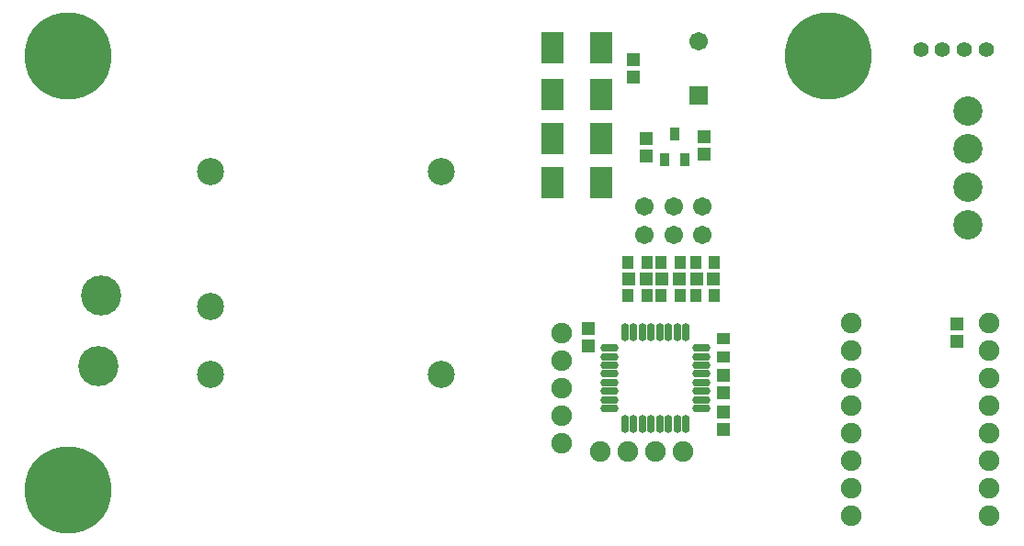
<source format=gts>
G04*
G04 #@! TF.GenerationSoftware,Altium Limited,Altium Designer,20.1.12 (249)*
G04*
G04 Layer_Color=8388736*
%FSLAX25Y25*%
%MOIN*%
G70*
G04*
G04 #@! TF.SameCoordinates,A6E25834-E18E-4168-B90B-242D5B1D2A4A*
G04*
G04*
G04 #@! TF.FilePolarity,Negative*
G04*
G01*
G75*
%ADD16R,0.04737X0.04737*%
%ADD17R,0.04343X0.04737*%
%ADD18R,0.04737X0.04737*%
%ADD19R,0.03359X0.05131*%
%ADD20R,0.07887X0.11430*%
%ADD21O,0.06509X0.02965*%
%ADD22O,0.02965X0.06509*%
%ADD23R,0.04737X0.04343*%
%ADD24C,0.07493*%
%ADD25C,0.10642*%
%ADD26C,0.31496*%
%ADD27C,0.09855*%
%ADD28C,0.05524*%
%ADD29R,0.06706X0.06706*%
%ADD30C,0.06706*%
%ADD31C,0.14580*%
D16*
X342000Y-123150D02*
D03*
Y-116850D02*
D03*
X257269Y-155331D02*
D03*
Y-149031D02*
D03*
Y-141831D02*
D03*
Y-135531D02*
D03*
X208269Y-118532D02*
D03*
Y-124831D02*
D03*
X250269Y-49031D02*
D03*
Y-55331D02*
D03*
X229269Y-49531D02*
D03*
Y-55831D02*
D03*
X224769Y-21032D02*
D03*
Y-27331D02*
D03*
D17*
X254116Y-106681D02*
D03*
X247423D02*
D03*
X241616D02*
D03*
X234923D02*
D03*
X229616D02*
D03*
X222923D02*
D03*
X254116Y-94681D02*
D03*
X247423D02*
D03*
X241616D02*
D03*
X234923D02*
D03*
X229616D02*
D03*
X222923D02*
D03*
D18*
X247620Y-100681D02*
D03*
X253919D02*
D03*
X235120D02*
D03*
X241419D02*
D03*
X223120D02*
D03*
X229419D02*
D03*
D19*
X239769Y-47957D02*
D03*
X243510Y-57406D02*
D03*
X236029D02*
D03*
D20*
X195411Y-49681D02*
D03*
X213128D02*
D03*
Y-65681D02*
D03*
X195411D02*
D03*
Y-16681D02*
D03*
X213128D02*
D03*
Y-33681D02*
D03*
X195411D02*
D03*
D21*
X249403Y-147705D02*
D03*
Y-144555D02*
D03*
Y-141405D02*
D03*
Y-138256D02*
D03*
Y-135106D02*
D03*
Y-131957D02*
D03*
Y-128807D02*
D03*
Y-125657D02*
D03*
X216135D02*
D03*
Y-128807D02*
D03*
Y-131957D02*
D03*
Y-135106D02*
D03*
Y-138256D02*
D03*
Y-141405D02*
D03*
Y-144555D02*
D03*
Y-147705D02*
D03*
D22*
X243793Y-120047D02*
D03*
X240643D02*
D03*
X237494D02*
D03*
X234344D02*
D03*
X231194D02*
D03*
X228045D02*
D03*
X224895D02*
D03*
X221746D02*
D03*
Y-153315D02*
D03*
X224895D02*
D03*
X228045D02*
D03*
X231194D02*
D03*
X234344D02*
D03*
X237494D02*
D03*
X240643D02*
D03*
X243793D02*
D03*
D23*
X257269Y-122335D02*
D03*
Y-129028D02*
D03*
D24*
X198769Y-120181D02*
D03*
Y-130181D02*
D03*
Y-140181D02*
D03*
Y-150181D02*
D03*
Y-160181D02*
D03*
X242769Y-163181D02*
D03*
X232769D02*
D03*
X222769D02*
D03*
X212769D02*
D03*
X303752Y-116681D02*
D03*
Y-126681D02*
D03*
Y-136681D02*
D03*
Y-146681D02*
D03*
Y-156681D02*
D03*
Y-186681D02*
D03*
Y-176681D02*
D03*
Y-166681D02*
D03*
X353752Y-116681D02*
D03*
Y-126681D02*
D03*
Y-136681D02*
D03*
Y-146681D02*
D03*
Y-156681D02*
D03*
Y-186681D02*
D03*
Y-176681D02*
D03*
Y-166681D02*
D03*
D25*
X346142Y-39622D02*
D03*
Y-53402D02*
D03*
Y-80961D02*
D03*
Y-67181D02*
D03*
D26*
X19685Y-19685D02*
D03*
X295276D02*
D03*
X19685Y-177165D02*
D03*
D27*
X71269Y-135335D02*
D03*
Y-110728D02*
D03*
X154931Y-135335D02*
D03*
Y-61516D02*
D03*
X71269D02*
D03*
D28*
X329016Y-17181D02*
D03*
X352638D02*
D03*
X336890D02*
D03*
X344764D02*
D03*
D29*
X248269Y-34024D02*
D03*
D30*
Y-14339D02*
D03*
X249769Y-84681D02*
D03*
X239269Y-74181D02*
D03*
Y-84681D02*
D03*
X228769Y-74181D02*
D03*
Y-84681D02*
D03*
X249769Y-74181D02*
D03*
D31*
X31769Y-106575D02*
D03*
X30769Y-132181D02*
D03*
M02*

</source>
